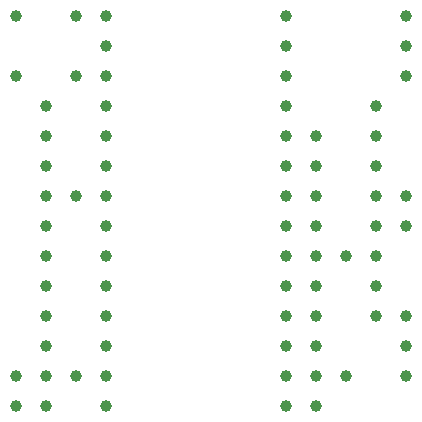
<source format=gbs>
G71*G90*G75*D02*
%ASAXBY*OFA0B0*MOMM*FSLAX43Y43*IPPOS*%
%ADD16C,1.000*%
G54D16*
G01X7620Y198120D03*
Y195580D03*
Y193040D03*
Y190500D03*
Y187960D03*
Y185420D03*
Y182880D03*
Y180340D03*
X35560Y198120D03*
Y195580D03*
Y193040D03*
Y190500D03*
Y187960D03*
Y185420D03*
Y182880D03*
Y180340D03*
X12700Y205740D03*
Y203200D03*
Y200660D03*
Y198120D03*
Y195580D03*
Y193040D03*
Y190500D03*
Y187960D03*
Y185420D03*
Y182880D03*
Y180340D03*
Y177800D03*
Y175260D03*
Y172720D03*
X27940Y205740D03*
Y203200D03*
Y200660D03*
Y198120D03*
Y195580D03*
Y193040D03*
Y190500D03*
Y187960D03*
Y185420D03*
Y182880D03*
Y180340D03*
Y177800D03*
Y175260D03*
Y172720D03*
X30480Y195580D03*
Y193040D03*
Y190500D03*
Y187960D03*
Y185420D03*
Y182880D03*
Y180340D03*
Y177800D03*
Y175260D03*
Y172720D03*
X10160Y175260D03*
Y190500D03*
X33020Y185420D03*
Y175260D03*
X7620Y177800D03*
Y175260D03*
Y172720D03*
X38100Y190500D03*
Y187960D03*
X10160Y205740D03*
X5080D03*
Y200660D03*
X10160D03*
X38100Y203200D03*
Y200660D03*
Y180340D03*
Y177800D03*
Y175260D03*
Y205740D03*
X5080Y172720D03*
Y175260D03*
G01X0Y0D02*
M02*

</source>
